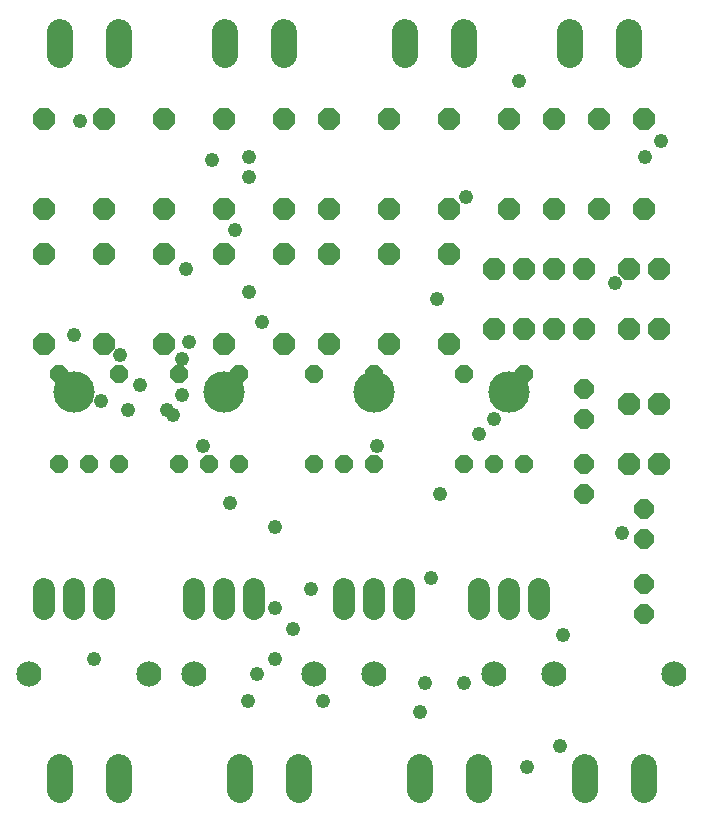
<source format=gts>
G75*
%MOIN*%
%OFA0B0*%
%FSLAX25Y25*%
%IPPOS*%
%LPD*%
%AMOC8*
5,1,8,0,0,1.08239X$1,22.5*
%
%ADD10OC8,0.06400*%
%ADD11C,0.08400*%
%ADD12OC8,0.07400*%
%ADD13OC8,0.06000*%
%ADD14C,0.07400*%
%ADD15C,0.13800*%
%ADD16C,0.08600*%
%ADD17C,0.04762*%
%ADD18C,0.04800*%
D10*
X0206800Y0121800D03*
X0206800Y0131800D03*
X0206800Y0146800D03*
X0206800Y0156800D03*
X0226800Y0116800D03*
X0226800Y0106800D03*
X0226800Y0091800D03*
X0226800Y0081800D03*
D11*
X0236800Y0061800D03*
X0196800Y0061800D03*
X0176800Y0061800D03*
X0136800Y0061800D03*
X0116800Y0061800D03*
X0076800Y0061800D03*
X0061800Y0061800D03*
X0021800Y0061800D03*
D12*
X0026800Y0171800D03*
X0046800Y0171800D03*
X0066800Y0171800D03*
X0086800Y0171800D03*
X0106800Y0171800D03*
X0121800Y0171800D03*
X0141800Y0171800D03*
X0161800Y0171800D03*
X0176800Y0176800D03*
X0186800Y0176800D03*
X0196800Y0176800D03*
X0206800Y0176800D03*
X0221800Y0176800D03*
X0231800Y0176800D03*
X0231800Y0196800D03*
X0221800Y0196800D03*
X0206800Y0196800D03*
X0196800Y0196800D03*
X0186800Y0196800D03*
X0176800Y0196800D03*
X0161800Y0201800D03*
X0161800Y0216800D03*
X0141800Y0216800D03*
X0141800Y0201800D03*
X0121800Y0201800D03*
X0121800Y0216800D03*
X0106800Y0216800D03*
X0106800Y0201800D03*
X0086800Y0201800D03*
X0086800Y0216800D03*
X0066800Y0216800D03*
X0066800Y0201800D03*
X0046800Y0201800D03*
X0046800Y0216800D03*
X0026800Y0216800D03*
X0026800Y0201800D03*
X0026800Y0246800D03*
X0046800Y0246800D03*
X0066800Y0246800D03*
X0086800Y0246800D03*
X0106800Y0246800D03*
X0121800Y0246800D03*
X0141800Y0246800D03*
X0161800Y0246800D03*
X0181800Y0246800D03*
X0196800Y0246800D03*
X0211800Y0246800D03*
X0226800Y0246800D03*
X0226800Y0216800D03*
X0211800Y0216800D03*
X0196800Y0216800D03*
X0181800Y0216800D03*
X0221800Y0151800D03*
X0231800Y0151800D03*
X0231800Y0131800D03*
X0221800Y0131800D03*
D13*
X0186800Y0131800D03*
X0176800Y0131800D03*
X0166800Y0131800D03*
X0166800Y0161800D03*
X0186800Y0161800D03*
X0136800Y0161800D03*
X0116800Y0161800D03*
X0091800Y0161800D03*
X0071800Y0161800D03*
X0051800Y0161800D03*
X0031800Y0161800D03*
X0031800Y0131800D03*
X0041800Y0131800D03*
X0051800Y0131800D03*
X0071800Y0131800D03*
X0081800Y0131800D03*
X0091800Y0131800D03*
X0116800Y0131800D03*
X0126800Y0131800D03*
X0136800Y0131800D03*
D14*
X0136800Y0090100D02*
X0136800Y0083500D01*
X0126800Y0083500D02*
X0126800Y0090100D01*
X0146800Y0090100D02*
X0146800Y0083500D01*
X0171800Y0083500D02*
X0171800Y0090100D01*
X0181800Y0090100D02*
X0181800Y0083500D01*
X0191800Y0083500D02*
X0191800Y0090100D01*
X0096800Y0090100D02*
X0096800Y0083500D01*
X0086800Y0083500D02*
X0086800Y0090100D01*
X0076800Y0090100D02*
X0076800Y0083500D01*
X0046800Y0083500D02*
X0046800Y0090100D01*
X0036800Y0090100D02*
X0036800Y0083500D01*
X0026800Y0083500D02*
X0026800Y0090100D01*
D15*
X0036800Y0155800D03*
X0086800Y0155800D03*
X0136800Y0155800D03*
X0181800Y0155800D03*
D16*
X0031900Y0030700D02*
X0031900Y0022900D01*
X0051700Y0022900D02*
X0051700Y0030700D01*
X0091900Y0030700D02*
X0091900Y0022900D01*
X0111700Y0022900D02*
X0111700Y0030700D01*
X0151900Y0030700D02*
X0151900Y0022900D01*
X0171700Y0022900D02*
X0171700Y0030700D01*
X0206900Y0030700D02*
X0206900Y0022900D01*
X0226700Y0022900D02*
X0226700Y0030700D01*
X0221700Y0267900D02*
X0221700Y0275700D01*
X0201900Y0275700D02*
X0201900Y0267900D01*
X0166700Y0267900D02*
X0166700Y0275700D01*
X0146900Y0275700D02*
X0146900Y0267900D01*
X0106700Y0267900D02*
X0106700Y0275700D01*
X0086900Y0275700D02*
X0086900Y0267900D01*
X0051700Y0267900D02*
X0051700Y0275700D01*
X0031900Y0275700D02*
X0031900Y0267900D01*
D17*
X0072800Y0166800D03*
X0072800Y0154800D03*
X0067800Y0149800D03*
X0079800Y0137800D03*
X0088800Y0118800D03*
X0103800Y0110800D03*
X0103800Y0083800D03*
X0109800Y0076800D03*
X0103800Y0066800D03*
X0097800Y0061800D03*
X0094800Y0052800D03*
X0119800Y0052800D03*
X0153800Y0058800D03*
X0166800Y0058800D03*
X0187800Y0030800D03*
X0198800Y0037800D03*
X0199800Y0074800D03*
X0155800Y0093800D03*
X0137800Y0137800D03*
X0171800Y0141800D03*
X0176800Y0146800D03*
X0054800Y0149800D03*
X0045800Y0152800D03*
D18*
X0058600Y0158100D03*
X0052000Y0168000D03*
X0036600Y0174600D03*
X0069600Y0148200D03*
X0075100Y0172400D03*
X0094900Y0188900D03*
X0099300Y0179000D03*
X0090500Y0209800D03*
X0094900Y0227400D03*
X0094900Y0234000D03*
X0082800Y0232900D03*
X0074000Y0196600D03*
X0038800Y0246100D03*
X0157600Y0186700D03*
X0167500Y0220800D03*
X0185100Y0259300D03*
X0226900Y0234000D03*
X0232400Y0239500D03*
X0217000Y0192200D03*
X0158700Y0121800D03*
X0115800Y0089900D03*
X0152100Y0049200D03*
X0219200Y0108600D03*
X0043200Y0066800D03*
M02*

</source>
